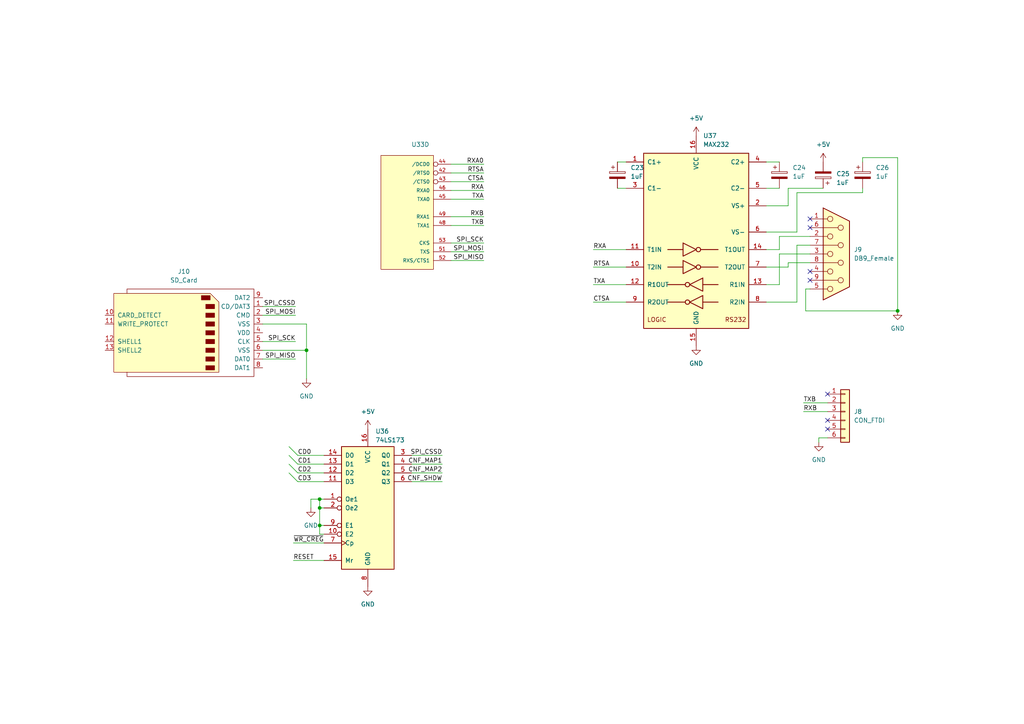
<source format=kicad_sch>
(kicad_sch (version 20230121) (generator eeschema)
  (paper "A4")
  (lib_symbols
    (symbol "74xx:74LS173" (pin_names (offset 1.016))
      (property "Reference" "U" (at -7.62 19.05 0))
      (property "Value" "74LS173" (at -7.62 -19.05 0))
      (symbol "74LS173_1_0"
        (pin input inverted (at -12.7 2.54 0) (length 5.08) (name "Oe1") (number "1"))
        (pin input inverted (at -12.7 -7.62 0) (length 5.08) (name "E2") (number "10"))
        (pin input line (at -12.7 7.62 0) (length 5.08) (name "D3") (number "11"))
        (pin input line (at -12.7 10.16 0) (length 5.08) (name "D2") (number "12"))
        (pin input line (at -12.7 12.7 0) (length 5.08) (name "D1") (number "13"))
        (pin input line (at -12.7 15.24 0) (length 5.08) (name "D0") (number "14"))
        (pin input line (at -12.7 -15.24 0) (length 5.08) (name "Mr") (number "15"))
        (pin power_in line (at 0 22.86 270) (length 5.08) (name "VCC") (number "16"))
        (pin input inverted (at -12.7 0 0) (length 5.08) (name "Oe2") (number "2"))
        (pin tri_state line (at 12.7 15.24 180) (length 5.08) (name "Q0") (number "3"))
        (pin tri_state line (at 12.7 12.7 180) (length 5.08) (name "Q1") (number "4"))
        (pin tri_state line (at 12.7 10.16 180) (length 5.08) (name "Q2") (number "5"))
        (pin tri_state line (at 12.7 7.62 180) (length 5.08) (name "Q3") (number "6"))
        (pin input clock (at -12.7 -10.16 0) (length 5.08) (name "Cp") (number "7"))
        (pin power_in line (at 0 -22.86 90) (length 5.08) (name "GND") (number "8"))
        (pin input inverted (at -12.7 -5.08 0) (length 5.08) (name "E1") (number "9"))
      )
      (symbol "74LS173_1_1"
        (rectangle (start -7.62 17.78) (end 7.62 -17.78) (stroke (width 0.254)) (fill (type background)))
      )
    )
    (symbol "Connector:DB9_Female" (pin_names (offset 1.016) hide)
      (property "Reference" "J" (at 0 13.97 0))
      (property "Value" "DB9_Female" (at 0 -14.605 0))
      (symbol "DB9_Female_0_1"
        (circle (center -1.778 -10.16) (radius 0.762))
        (circle (center -1.778 -5.08) (radius 0.762))
        (circle (center -1.778 0) (radius 0.762))
        (circle (center -1.778 5.08) (radius 0.762))
        (circle (center -1.778 10.16) (radius 0.762))
        (polyline (pts (xy -3.81 -10.16) (xy -2.54 -10.16)))
        (polyline (pts (xy -3.81 -7.62) (xy 0.508 -7.62)))
        (polyline (pts (xy -3.81 -5.08) (xy -2.54 -5.08)))
        (polyline (pts (xy -3.81 -2.54) (xy 0.508 -2.54)))
        (polyline (pts (xy -3.81 0) (xy -2.54 0)))
        (polyline (pts (xy -3.81 2.54) (xy 0.508 2.54)))
        (polyline (pts (xy -3.81 5.08) (xy -2.54 5.08)))
        (polyline (pts (xy -3.81 7.62) (xy 0.508 7.62)))
        (polyline (pts (xy -3.81 10.16) (xy -2.54 10.16)))
        (polyline (pts (xy -3.81 13.335) (xy -3.81 -13.335) (xy 3.81 -9.525) (xy 3.81 9.525) (xy -3.81 13.335)) (stroke (width 0.254)) (fill (type background)))
        (circle (center 1.27 -7.62) (radius 0.762))
        (circle (center 1.27 -2.54) (radius 0.762))
        (circle (center 1.27 2.54) (radius 0.762))
        (circle (center 1.27 7.62) (radius 0.762))
      )
      (symbol "DB9_Female_1_1"
        (pin passive line (at -7.62 10.16 0) (length 3.81) (name "1") (number "1"))
        (pin passive line (at -7.62 5.08 0) (length 3.81) (name "2") (number "2"))
        (pin passive line (at -7.62 0 0) (length 3.81) (name "3") (number "3"))
        (pin passive line (at -7.62 -5.08 0) (length 3.81) (name "4") (number "4"))
        (pin passive line (at -7.62 -10.16 0) (length 3.81) (name "5") (number "5"))
        (pin passive line (at -7.62 7.62 0) (length 3.81) (name "6") (number "6"))
        (pin passive line (at -7.62 2.54 0) (length 3.81) (name "7") (number "7"))
        (pin passive line (at -7.62 -2.54 0) (length 3.81) (name "8") (number "8"))
        (pin passive line (at -7.62 -7.62 0) (length 3.81) (name "9") (number "9"))
      )
    )
    (symbol "Connector:SD_Card" (pin_names (offset 1.016))
      (property "Reference" "J" (at -16.51 13.97 0))
      (property "Value" "SD_Card" (at 15.24 -13.97 0))
      (symbol "SD_Card_0_1"
        (rectangle (start -8.89 -9.525) (end -6.35 -10.795) (fill (type outline)))
        (rectangle (start -8.89 -6.985) (end -6.35 -8.255) (fill (type outline)))
        (rectangle (start -8.89 -4.445) (end -6.35 -5.715) (fill (type outline)))
        (rectangle (start -8.89 -1.905) (end -6.35 -3.175) (fill (type outline)))
        (rectangle (start -8.89 0.635) (end -6.35 -0.635) (fill (type outline)))
        (rectangle (start -8.89 3.175) (end -6.35 1.905) (fill (type outline)))
        (rectangle (start -8.89 5.715) (end -6.35 4.445) (fill (type outline)))
        (rectangle (start -8.89 8.255) (end -6.35 6.985) (fill (type outline)))
        (rectangle (start -7.62 10.795) (end -5.08 9.525) (fill (type outline)))
        (polyline (pts (xy -10.16 8.89) (xy -7.62 11.43) (xy 20.32 11.43) (xy 20.32 -11.43) (xy -10.16 -11.43) (xy -10.16 8.89)) (fill (type background)))
        (polyline (pts (xy 16.51 11.43) (xy 16.51 12.7) (xy -20.32 12.7) (xy -20.32 -12.7) (xy 16.51 -12.7) (xy 16.51 -11.43)))
      )
      (symbol "SD_Card_1_1"
        (pin input line (at -22.86 7.62 0) (length 2.54) (name "CD/DAT3") (number "1"))
        (pin input line (at 22.86 5.08 180) (length 2.54) (name "CARD_DETECT") (number "10"))
        (pin input line (at 22.86 2.54 180) (length 2.54) (name "WRITE_PROTECT") (number "11"))
        (pin input line (at 22.86 -2.54 180) (length 2.54) (name "SHELL1") (number "12"))
        (pin input line (at 22.86 -5.08 180) (length 2.54) (name "SHELL2") (number "13"))
        (pin input line (at -22.86 5.08 0) (length 2.54) (name "CMD") (number "2"))
        (pin power_in line (at -22.86 2.54 0) (length 2.54) (name "VSS") (number "3"))
        (pin power_in line (at -22.86 0 0) (length 2.54) (name "VDD") (number "4"))
        (pin input line (at -22.86 -2.54 0) (length 2.54) (name "CLK") (number "5"))
        (pin power_in line (at -22.86 -5.08 0) (length 2.54) (name "VSS") (number "6"))
        (pin input line (at -22.86 -7.62 0) (length 2.54) (name "DAT0") (number "7"))
        (pin input line (at -22.86 -10.16 0) (length 2.54) (name "DAT1") (number "8"))
        (pin input line (at -22.86 10.16 0) (length 2.54) (name "DAT2") (number "9"))
      )
    )
    (symbol "Connector_Generic:Conn_01x06" (pin_names (offset 1.016) hide)
      (property "Reference" "J" (at 0 7.62 0))
      (property "Value" "Conn_01x06" (at 0 -10.16 0))
      (symbol "Conn_01x06_1_1"
        (rectangle (start -1.27 -7.493) (end 0 -7.747) (stroke (width 0.1524)))
        (rectangle (start -1.27 -4.953) (end 0 -5.207) (stroke (width 0.1524)))
        (rectangle (start -1.27 -2.413) (end 0 -2.667) (stroke (width 0.1524)))
        (rectangle (start -1.27 0.127) (end 0 -0.127) (stroke (width 0.1524)))
        (rectangle (start -1.27 2.667) (end 0 2.413) (stroke (width 0.1524)))
        (rectangle (start -1.27 5.207) (end 0 4.953) (stroke (width 0.1524)))
        (rectangle (start -1.27 6.35) (end 1.27 -8.89) (stroke (width 0.254)) (fill (type background)))
        (pin passive line (at -5.08 5.08 0) (length 3.81) (name "Pin_1") (number "1"))
        (pin passive line (at -5.08 2.54 0) (length 3.81) (name "Pin_2") (number "2"))
        (pin passive line (at -5.08 0 0) (length 3.81) (name "Pin_3") (number "3"))
        (pin passive line (at -5.08 -2.54 0) (length 3.81) (name "Pin_4") (number "4"))
        (pin passive line (at -5.08 -5.08 0) (length 3.81) (name "Pin_5") (number "5"))
        (pin passive line (at -5.08 -7.62 0) (length 3.81) (name "Pin_6") (number "6"))
      )
    )
    (symbol "Device:C_Polarized" (pin_numbers hide) (pin_names (offset 0.254))
      (property "Reference" "C" (at 0.635 2.54 0))
      (property "Value" "C_Polarized" (at 0.635 -2.54 0))
      (symbol "C_Polarized_0_1"
        (rectangle (start -2.286 0.508) (end 2.286 1.016))
        (polyline (pts (xy -1.778 2.286) (xy -0.762 2.286)))
        (polyline (pts (xy -1.27 2.794) (xy -1.27 1.778)))
        (rectangle (start 2.286 -0.508) (end -2.286 -1.016) (fill (type outline)))
      )
      (symbol "C_Polarized_1_1"
        (pin passive line (at 0 3.81 270) (length 2.794) (name "~") (number "1"))
        (pin passive line (at 0 -3.81 90) (length 2.794) (name "~") (number "2"))
      )
    )
    (symbol "Interface_UART:MAX232" (pin_names (offset 1.016))
      (property "Reference" "U" (at -2.54 28.575 0))
      (property "Value" "MAX232" (at -2.54 26.67 0))
      (symbol "MAX232_0_0"
        (text "LOGIC" (at -11.43 -22.86 0) (effects (font (size 1.27 1.27))))
        (text "RS232" (at 11.43 -22.86 0) (effects (font (size 1.27 1.27))))
      )
      (symbol "MAX232_0_1"
        (rectangle (start -15.24 -25.4) (end 15.24 25.4) (stroke (width 0.254)) (fill (type background)))
        (circle (center -2.54 -17.78) (radius 0.635) (stroke (width 0.254)))
        (circle (center -2.54 -12.7) (radius 0.635) (stroke (width 0.254)))
        (polyline (pts (xy -3.81 -7.62) (xy -8.255 -7.62)) (stroke (width 0.254)))
        (polyline (pts (xy -3.81 -2.54) (xy -8.255 -2.54)) (stroke (width 0.254)))
        (polyline (pts (xy -3.175 -17.78) (xy -8.255 -17.78)) (stroke (width 0.254)))
        (polyline (pts (xy -3.175 -12.7) (xy -8.255 -12.7)) (stroke (width 0.254)))
        (polyline (pts (xy 1.27 -7.62) (xy 6.35 -7.62)) (stroke (width 0.254)))
        (polyline (pts (xy 1.27 -2.54) (xy 6.35 -2.54)) (stroke (width 0.254)))
        (polyline (pts (xy 1.905 -17.78) (xy 6.35 -17.78)) (stroke (width 0.254)))
        (polyline (pts (xy 1.905 -12.7) (xy 6.35 -12.7)) (stroke (width 0.254)))
        (polyline (pts (xy -3.81 -5.715) (xy -3.81 -9.525) (xy 0 -7.62) (xy -3.81 -5.715)) (stroke (width 0.254)))
        (polyline (pts (xy -3.81 -0.635) (xy -3.81 -4.445) (xy 0 -2.54) (xy -3.81 -0.635)) (stroke (width 0.254)))
        (polyline (pts (xy 1.905 -15.875) (xy 1.905 -19.685) (xy -1.905 -17.78) (xy 1.905 -15.875)) (stroke (width 0.254)))
        (polyline (pts (xy 1.905 -10.795) (xy 1.905 -14.605) (xy -1.905 -12.7) (xy 1.905 -10.795)) (stroke (width 0.254)))
        (circle (center 0.635 -7.62) (radius 0.635) (stroke (width 0.254)))
        (circle (center 0.635 -2.54) (radius 0.635) (stroke (width 0.254)))
      )
      (symbol "MAX232_1_1"
        (pin passive line (at -20.32 22.86 0) (length 5.08) (name "C1+") (number "1"))
        (pin input line (at -20.32 -7.62 0) (length 5.08) (name "T2IN") (number "10"))
        (pin input line (at -20.32 -2.54 0) (length 5.08) (name "T1IN") (number "11"))
        (pin output line (at -20.32 -12.7 0) (length 5.08) (name "R1OUT") (number "12"))
        (pin input line (at 20.32 -12.7 180) (length 5.08) (name "R1IN") (number "13"))
        (pin output line (at 20.32 -2.54 180) (length 5.08) (name "T1OUT") (number "14"))
        (pin power_in line (at 0 -30.48 90) (length 5.08) (name "GND") (number "15"))
        (pin power_in line (at 0 30.48 270) (length 5.08) (name "VCC") (number "16"))
        (pin power_out line (at 20.32 10.16 180) (length 5.08) (name "VS+") (number "2"))
        (pin passive line (at -20.32 15.24 0) (length 5.08) (name "C1-") (number "3"))
        (pin passive line (at 20.32 22.86 180) (length 5.08) (name "C2+") (number "4"))
        (pin passive line (at 20.32 15.24 180) (length 5.08) (name "C2-") (number "5"))
        (pin power_out line (at 20.32 2.54 180) (length 5.08) (name "VS-") (number "6"))
        (pin output line (at 20.32 -7.62 180) (length 5.08) (name "T2OUT") (number "7"))
        (pin input line (at 20.32 -17.78 180) (length 5.08) (name "R2IN") (number "8"))
        (pin output line (at -20.32 -17.78 0) (length 5.08) (name "R2OUT") (number "9"))
      )
    )
    (symbol "Z180_2" (pin_names (offset 1.016))
      (property "Reference" "U33" (at 11.43 3.175 0))
      (symbol "Z180_2_1_0"
        (text "VCC" (at 1.27 4.572 1) (effects (font (size 1.27 1.27))))
        (text "VSS" (at 1.27 -3.937 1) (effects (font (size 1.27 1.27))))
      )
      (symbol "Z180_2_1_1"
        (pin power_in line (at 0 -7.62 90) (length 5.08) (name "VSS") (number "1"))
        (pin power_in line (at 0 7.62 270) (length 5.08) (name "VCC") (number "32"))
      )
      (symbol "Z180_2_2_0"
        (text "VSS" (at 0 1.27 0) (effects (font (size 1.27 1.27))))
      )
      (symbol "Z180_2_2_1"
        (pin power_in line (at 0 -2.54 90) (length 2.54) (name "VSS") (number "33"))
      )
      (symbol "Z180_2_3_0"
        (rectangle (start 0 0) (end 22.86 -86.36) (fill (type background)))
        (text "Z180" (at 11.43 -25.4 0) (effects (font (size 1.27 1.27))))
      )
      (symbol "Z180_2_3_1"
        (pin input inverted (at -5.08 -55.88 0) (length 5.08) (name "/INT1") (number "10"))
        (pin input inverted (at -5.08 -58.42 0) (length 5.08) (name "/INT2") (number "11"))
        (pin output line (at -5.08 -2.54 0) (length 5.08) (name "ST") (number "12"))
        (pin output line (at 27.94 -60.96 180) (length 5.08) (name "A0") (number "13"))
        (pin output line (at 27.94 -58.42 180) (length 5.08) (name "A1") (number "14"))
        (pin output line (at 27.94 -55.88 180) (length 5.08) (name "A2") (number "15"))
        (pin output line (at 27.94 -53.34 180) (length 5.08) (name "A3") (number "16"))
        (pin output line (at 27.94 -50.8 180) (length 5.08) (name "A4") (number "17"))
        (pin output line (at 27.94 -48.26 180) (length 5.08) (name "A5") (number "18"))
        (pin output line (at 27.94 -45.72 180) (length 5.08) (name "A6") (number "19"))
        (pin input clock (at -5.08 -35.56 0) (length 5.08) (name "XTAL") (number "2"))
        (pin output line (at 27.94 -43.18 180) (length 5.08) (name "A7") (number "20"))
        (pin output line (at 27.94 -40.64 180) (length 5.08) (name "A8") (number "21"))
        (pin output line (at 27.94 -38.1 180) (length 5.08) (name "A9") (number "22"))
        (pin output line (at 27.94 -35.56 180) (length 5.08) (name "A10") (number "23"))
        (pin output line (at 27.94 -33.02 180) (length 5.08) (name "A11") (number "24"))
        (pin output line (at 27.94 -30.48 180) (length 5.08) (name "A12") (number "25"))
        (pin output line (at 27.94 -27.94 180) (length 5.08) (name "A13") (number "26"))
        (pin output line (at 27.94 -25.4 180) (length 5.08) (name "A14") (number "27"))
        (pin output line (at 27.94 -22.86 180) (length 5.08) (name "A15") (number "28"))
        (pin output line (at 27.94 -20.32 180) (length 5.08) (name "A16") (number "29"))
        (pin input clock (at -5.08 -38.1 0) (length 5.08) (name "EXTAL") (number "3"))
        (pin output line (at 27.94 -17.78 180) (length 5.08) (name "A17") (number "30"))
        (pin output line (at 27.94 -15.24 180) (length 5.08) (name "A18/TOUT") (number "31"))
        (pin bidirectional line (at 27.94 -83.82 180) (length 5.08) (name "D0") (number "34"))
        (pin bidirectional line (at 27.94 -81.28 180) (length 5.08) (name "D1") (number "35"))
        (pin bidirectional line (at 27.94 -78.74 180) (length 5.08) (name "D2") (number "36"))
        (pin bidirectional line (at 27.94 -76.2 180) (length 5.08) (name "D3") (number "37"))
        (pin bidirectional line (at 27.94 -73.66 180) (length 5.08) (name "D4") (number "38"))
        (pin bidirectional line (at 27.94 -71.12 180) (length 5.08) (name "D5") (number "39"))
        (pin input inverted (at -5.08 -63.5 0) (length 5.08) (name "/WAIT") (number "4"))
        (pin bidirectional line (at 27.94 -68.58 180) (length 5.08) (name "D6") (number "40"))
        (pin bidirectional line (at 27.94 -66.04 180) (length 5.08) (name "D7") (number "41"))
        (pin bidirectional inverted (at -5.08 -83.82 0) (length 5.08) (name "CKA0//DREQ0") (number "47"))
        (pin output inverted (at -5.08 -43.18 0) (length 5.08) (name "/BUSACK") (number "5"))
        (pin bidirectional inverted (at -5.08 -81.28 0) (length 5.08) (name "CKA1//TEND0") (number "50"))
        (pin input inverted (at -5.08 -76.2 0) (length 5.08) (name "/DREQ1") (number "54"))
        (pin output inverted (at -5.08 -73.66 0) (length 5.08) (name "/TEND1") (number "55"))
        (pin output inverted (at -5.08 -5.08 0) (length 5.08) (name "/HALT") (number "56"))
        (pin output inverted (at -5.08 -7.62 0) (length 5.08) (name "/RFSH") (number "57"))
        (pin output inverted (at 27.94 -5.08 180) (length 5.08) (name "/IORQ") (number "58"))
        (pin output inverted (at 27.94 -2.54 180) (length 5.08) (name "/MREQ") (number "59"))
        (pin input inverted (at -5.08 -45.72 0) (length 5.08) (name "/BUSREQ") (number "6"))
        (pin output line (at -5.08 -30.48 0) (length 5.08) (name "E") (number "60"))
        (pin output inverted (at -5.08 -10.16 0) (length 5.08) (name "/M1") (number "61"))
        (pin output inverted (at 27.94 -7.62 180) (length 5.08) (name "/WR") (number "62"))
        (pin output inverted (at 27.94 -10.16 180) (length 5.08) (name "/RD") (number "63"))
        (pin output line (at -5.08 -27.94 0) (length 5.08) (name "PHI") (number "64"))
        (pin input inverted (at -5.08 -66.04 0) (length 5.08) (name "/RESET") (number "7"))
        (pin input inverted (at -5.08 -50.8 0) (length 5.08) (name "/NMI") (number "8"))
        (pin input inverted (at -5.08 -53.34 0) (length 5.08) (name "/INT0") (number "9"))
      )
      (symbol "Z180_2_4_1"
        (rectangle (start 0 0) (end 15.24 -33.02) (fill (type background)))
        (pin output inverted (at 20.32 -5.08 180) (length 5.08) (name "/RTS0") (number "42"))
        (pin input inverted (at 20.32 -7.62 180) (length 5.08) (name "/CTS0") (number "43"))
        (pin input inverted (at 20.32 -2.54 180) (length 5.08) (name "/DCD0") (number "44"))
        (pin output line (at 20.32 -12.7 180) (length 5.08) (name "TXA0") (number "45"))
        (pin input line (at 20.32 -10.16 180) (length 5.08) (name "RXA0") (number "46"))
        (pin output line (at 20.32 -20.32 180) (length 5.08) (name "TXA1") (number "48"))
        (pin input line (at 20.32 -17.78 180) (length 5.08) (name "RXA1") (number "49"))
        (pin output line (at 20.32 -27.94 180) (length 5.08) (name "TXS") (number "51"))
        (pin input line (at 20.32 -30.48 180) (length 5.08) (name "RXS/CTS1") (number "52"))
        (pin output line (at 20.32 -25.4 180) (length 5.08) (name "CKS") (number "53"))
      )
    )
    (symbol "power:+5V" (power) (pin_names (offset 0))
      (property "Value" "+5V" (at 0 3.556 0))
      (symbol "+5V_0_1"
        (polyline (pts (xy -0.762 1.27) (xy 0 2.54)))
        (polyline (pts (xy 0 0) (xy 0 2.54)))
        (polyline (pts (xy 0 2.54) (xy 0.762 1.27)))
      )
      (symbol "+5V_1_1"
        (pin power_in line (at 0 0 90) (length 0) hide (name "+5V") (number "1"))
      )
    )
    (symbol "power:GND" (power) (pin_names (offset 0))
      (property "Value" "GND" (at 0 -3.81 0))
      (symbol "GND_0_1"
        (polyline (pts (xy 0 0) (xy 0 -1.27) (xy 1.27 -1.27) (xy 0 -2.54) (xy -1.27 -1.27) (xy 0 -1.27)))
      )
      (symbol "GND_1_1"
        (pin power_in line (at 0 0 270) (length 0) hide (name "GND") (number "1"))
      )
    )
  )
  (junction (at 92.71 152.4))
  (junction (at 92.71 147.32))
  (junction (at 88.9 101.6))
  (junction (at 92.71 144.78))
  (junction (at 260.35 90.17))
  (no_connect (at 234.95 63.5))
  (no_connect (at 240.03 121.92))
  (no_connect (at 234.95 66.04))
  (no_connect (at 240.03 114.3))
  (no_connect (at 234.95 78.74))
  (no_connect (at 234.95 81.28))
  (no_connect (at 240.03 124.46))
  (bus_entry (at 86.36 139.7) (size -2.54 -2.54))
  (bus_entry (at 86.36 137.16) (size -2.54 -2.54))
  (bus_entry (at 86.36 134.62) (size -2.54 -2.54))
  (bus_entry (at 86.36 132.08) (size -2.54 -2.54))
  (wire (pts (xy 92.71 152.4) (xy 93.98 152.4)))
  (wire (pts (xy 130.81 50.165) (xy 140.335 50.165)))
  (wire (pts (xy 130.81 52.705) (xy 140.335 52.705)))
  (wire (pts (xy 92.71 147.32) (xy 93.98 147.32)))
  (wire (pts (xy 76.2 88.9) (xy 85.725 88.9)))
  (wire (pts (xy 172.085 87.63) (xy 181.61 87.63)))
  (wire (pts (xy 228.6 76.2) (xy 234.95 76.2)))
  (wire (pts (xy 179.07 54.61) (xy 181.61 54.61)))
  (wire (pts (xy 222.25 67.31) (xy 231.14 67.31)))
  (wire (pts (xy 92.71 147.32) (xy 92.71 152.4)))
  (wire (pts (xy 88.9 101.6) (xy 88.9 93.98)))
  (wire (pts (xy 130.81 57.785) (xy 140.335 57.785)))
  (wire (pts (xy 234.95 83.82) (xy 233.68 83.82)))
  (wire (pts (xy 86.36 137.16) (xy 93.98 137.16)))
  (wire (pts (xy 93.98 157.48) (xy 85.09 157.48)))
  (wire (pts (xy 222.25 72.39) (xy 226.06 72.39)))
  (wire (pts (xy 128.27 134.62) (xy 119.38 134.62)))
  (wire (pts (xy 130.81 62.865) (xy 140.335 62.865)))
  (wire (pts (xy 233.68 90.17) (xy 260.35 90.17)))
  (wire (pts (xy 222.25 77.47) (xy 228.6 77.47)))
  (wire (pts (xy 181.61 82.55) (xy 172.085 82.55)))
  (wire (pts (xy 90.17 147.32) (xy 90.17 144.78)))
  (wire (pts (xy 85.09 162.56) (xy 93.98 162.56)))
  (wire (pts (xy 92.71 152.4) (xy 92.71 154.94)))
  (wire (pts (xy 130.81 75.565) (xy 140.335 75.565)))
  (wire (pts (xy 240.03 116.84) (xy 233.045 116.84)))
  (wire (pts (xy 260.35 45.72) (xy 250.19 45.72)))
  (wire (pts (xy 130.81 47.625) (xy 140.335 47.625)))
  (wire (pts (xy 222.25 82.55) (xy 226.06 82.55)))
  (wire (pts (xy 250.19 55.88) (xy 250.19 54.61)))
  (wire (pts (xy 231.14 67.31) (xy 231.14 55.88)))
  (wire (pts (xy 179.07 46.99) (xy 181.61 46.99)))
  (wire (pts (xy 226.06 68.58) (xy 234.95 68.58)))
  (wire (pts (xy 86.36 132.08) (xy 93.98 132.08)))
  (wire (pts (xy 88.9 109.855) (xy 88.9 101.6)))
  (wire (pts (xy 86.36 134.62) (xy 93.98 134.62)))
  (wire (pts (xy 88.9 93.98) (xy 76.2 93.98)))
  (wire (pts (xy 228.6 77.47) (xy 228.6 76.2)))
  (wire (pts (xy 260.35 90.17) (xy 260.35 45.72)))
  (wire (pts (xy 226.06 73.66) (xy 234.95 73.66)))
  (wire (pts (xy 86.36 139.7) (xy 93.98 139.7)))
  (wire (pts (xy 237.49 127) (xy 240.03 127)))
  (wire (pts (xy 172.085 72.39) (xy 181.61 72.39)))
  (wire (pts (xy 92.71 144.78) (xy 93.98 144.78)))
  (wire (pts (xy 76.2 99.06) (xy 85.725 99.06)))
  (wire (pts (xy 231.14 87.63) (xy 231.14 71.12)))
  (wire (pts (xy 128.27 139.7) (xy 119.38 139.7)))
  (wire (pts (xy 92.71 154.94) (xy 93.98 154.94)))
  (wire (pts (xy 130.81 70.485) (xy 140.335 70.485)))
  (wire (pts (xy 222.25 87.63) (xy 231.14 87.63)))
  (wire (pts (xy 228.6 54.61) (xy 228.6 59.69)))
  (wire (pts (xy 226.06 72.39) (xy 226.06 68.58)))
  (wire (pts (xy 228.6 59.69) (xy 222.25 59.69)))
  (wire (pts (xy 238.76 54.61) (xy 228.6 54.61)))
  (wire (pts (xy 76.2 104.14) (xy 85.725 104.14)))
  (wire (pts (xy 172.085 77.47) (xy 181.61 77.47)))
  (wire (pts (xy 231.14 55.88) (xy 250.19 55.88)))
  (wire (pts (xy 76.2 101.6) (xy 88.9 101.6)))
  (wire (pts (xy 92.71 144.78) (xy 92.71 147.32)))
  (wire (pts (xy 226.06 82.55) (xy 226.06 73.66)))
  (wire (pts (xy 130.81 55.245) (xy 140.335 55.245)))
  (wire (pts (xy 130.81 73.025) (xy 140.335 73.025)))
  (wire (pts (xy 240.03 119.38) (xy 233.045 119.38)))
  (wire (pts (xy 90.17 144.78) (xy 92.71 144.78)))
  (wire (pts (xy 222.25 46.99) (xy 226.06 46.99)))
  (wire (pts (xy 222.25 54.61) (xy 226.06 54.61)))
  (wire (pts (xy 237.49 128.27) (xy 237.49 127)))
  (wire (pts (xy 128.27 132.08) (xy 119.38 132.08)))
  (wire (pts (xy 233.68 83.82) (xy 233.68 90.17)))
  (wire (pts (xy 76.2 91.44) (xy 85.725 91.44)))
  (wire (pts (xy 250.19 45.72) (xy 250.19 46.99)))
  (wire (pts (xy 231.14 71.12) (xy 234.95 71.12)))
  (wire (pts (xy 128.27 137.16) (xy 119.38 137.16)))
  (wire (pts (xy 130.81 65.405) (xy 140.335 65.405)))
  (label "RESET" (at 85.09 162.56 0))
  (label "SPI_MOSI" (at 140.335 73.025 180))
  (label "RXA" (at 140.335 55.245 180))
  (label "CNF_SHDW" (at 128.27 139.7 180))
  (label "SPI_MISO" (at 85.725 104.14 180))
  (label "CD3" (at 86.36 139.7 0))
  (label "CD0" (at 86.36 132.08 0))
  (label "CNF_MAP2" (at 128.27 137.16 180))
  (label "TXA" (at 172.085 82.55 0))
  (label "SPI_CSSD" (at 128.27 132.08 180))
  (label "SPI_SCK" (at 140.335 70.485 180))
  (label "SPI_CSSD" (at 85.725 88.9 180))
  (label "CD1" (at 86.36 134.62 0))
  (label "SPI_MISO" (at 140.335 75.565 180))
  (label "RXA0" (at 140.335 47.625 180))
  (label "CNF_MAP1" (at 128.27 134.62 180))
  (label "RTSA" (at 140.335 50.165 180))
  (label "RTSA" (at 172.085 77.47 0))
  (label "SPI_MOSI" (at 85.725 91.44 180))
  (label "~{WR_CREG}" (at 85.09 157.48 0))
  (label "TXB" (at 233.045 116.84 0))
  (label "CD2" (at 86.36 137.16 0))
  (label "TXA" (at 140.335 57.785 180))
  (label "CTSA" (at 140.335 52.705 180))
  (label "RXB" (at 233.045 119.38 0))
  (label "CTSA" (at 172.085 87.63 0))
  (label "TXB" (at 140.335 65.405 180))
  (label "SPI_SCK" (at 85.725 99.06 180))
  (label "RXB" (at 140.335 62.865 180))
  (label "RXA" (at 172.085 72.39 0))
  (symbol (lib_name "Z180_2") (lib_id "oldchips:Z180") (at 110.49 45.085 0) (unit 4)
    (property "Reference" "U33" (at 121.92 41.91 0))
    (property "Value" "Z180" (effects hide))
    (property "Footprint" "oldchips-DIL64-0.70" (effects hide))
  )
  (symbol (lib_id "power:GND") (at 260.35 90.17 0) (unit 1)
    (property "Reference" "#PWR057" (effects hide))
    (property "Value" "GND" (at 260.35 95.25 0))
  )
  (symbol (lib_id "Connector:DB9_Female") (at 242.57 73.66 0) (unit 1)
    (property "Reference" "J9" (at 247.65 72.3899 0) (effects (justify left)))
    (property "Value" "DB9_Female" (at 247.65 74.9299 0) (effects (justify left)))
    (property "Footprint" "Connector_Dsub:DSUB-9_Female_Horizontal_P2.77x2.84mm_EdgePinOffset9.90mm_Housed_MountingHolesOffset11.32mm" (effects hide))
    (property "Datasheet" " ~" (effects hide))
  )
  (symbol (lib_id "power:+5V") (at 201.93 39.37 0) (unit 1)
    (property "Reference" "#PWR054" (effects hide))
    (property "Value" "+5V" (at 201.93 34.29 0))
  )
  (symbol (lib_id "74xx:74LS173") (at 106.68 147.32 0) (unit 1)
    (property "Reference" "U36" (at 108.8741 125.095 0) (effects (justify left)))
    (property "Value" "74LS173" (at 108.8741 127.635 0) (effects (justify left)))
    (property "Datasheet" "http://www.ti.com/lit/gpn/sn74LS173" (effects hide))
  )
  (symbol (lib_id "Device:C_Polarized") (at 250.19 50.8 0) (unit 1)
    (property "Reference" "C26" (at 254 48.6409 0) (effects (justify left)))
    (property "Value" "1uF" (at 254 51.1809 0) (effects (justify left)))
    (property "Footprint" "Capacitor_THT:CP_Radial_D6.3mm_P2.50mm" (effects hide))
  )
  (symbol (lib_id "Connector_Generic:Conn_01x06") (at 245.11 119.38 0) (unit 1)
    (property "Reference" "J8" (at 247.65 119.3799 0) (effects (justify left)))
    (property "Value" "CON_FTDI" (at 247.65 121.9199 0) (effects (justify left)))
    (property "Footprint" "Connector_PinSocket_2.54mm:PinSocket_1x06_P2.54mm_Vertical" (effects hide))
  )
  (symbol (lib_id "power:GND") (at 106.68 170.18 0) (unit 1)
    (property "Reference" "#PWR058" (effects hide))
    (property "Value" "GND" (at 106.68 175.26 0))
  )
  (symbol (lib_id "power:+5V") (at 106.68 124.46 0) (unit 1)
    (property "Reference" "#PWR052" (effects hide))
    (property "Value" "+5V" (at 106.68 119.38 0))
  )
  (symbol (lib_id "Interface_UART:MAX232") (at 201.93 69.85 0) (unit 1)
    (property "Reference" "U37" (at 203.9494 39.37 0) (effects (justify left)))
    (property "Value" "MAX232" (at 203.9494 41.91 0) (effects (justify left)))
    (property "Footprint" "Package_DIP:DIP-16_W7.62mm_Socket_LongPads" (effects hide))
    (property "Datasheet" "http://www.ti.com/lit/ds/symlink/max232.pdf" (effects hide))
  )
  (symbol (lib_id "power:GND") (at 237.49 128.27 0) (unit 1)
    (property "Reference" "#PWR053" (effects hide))
    (property "Value" "GND" (at 237.49 133.35 0))
  )
  (symbol (lib_id "Device:C_Polarized") (at 226.06 50.8 0) (unit 1)
    (property "Reference" "C24" (at 229.87 48.6409 0) (effects (justify left)))
    (property "Value" "1uF" (at 229.87 51.1809 0) (effects (justify left)))
    (property "Footprint" "Capacitor_THT:CP_Radial_D6.3mm_P2.50mm" (effects hide))
  )
  (symbol (lib_id "Connector:SD_Card") (at 53.34 96.52 0) (mirror y) (unit 1)
    (property "Reference" "J10" (at 53.34 78.74 0))
    (property "Value" "SD_Card" (at 53.34 81.28 0))
    (property "Datasheet" "http://portal.fciconnect.com/Comergent//fci/drawing/10067847.pdf" (effects hide))
  )
  (symbol (lib_id "power:GND") (at 90.17 147.32 0) (unit 1)
    (property "Reference" "#PWR051" (effects hide))
    (property "Value" "GND" (at 90.17 152.4 0))
  )
  (symbol (lib_id "power:GND") (at 201.93 100.33 0) (unit 1)
    (property "Reference" "#PWR055" (effects hide))
    (property "Value" "GND" (at 201.93 105.41 0))
  )
  (symbol (lib_id "power:+5V") (at 238.76 46.99 0) (unit 1)
    (property "Reference" "#PWR056" (effects hide))
    (property "Value" "+5V" (at 238.76 41.91 0))
  )
  (symbol (lib_id "power:GND") (at 88.9 109.855 0) (unit 1)
    (property "Reference" "#PWR059" (effects hide))
    (property "Value" "GND" (at 88.9 114.935 0))
  )
  (symbol (lib_id "Device:C_Polarized") (at 179.07 50.8 0) (unit 1)
    (property "Reference" "C23" (at 182.88 48.6409 0) (effects (justify left)))
    (property "Value" "1uF" (at 182.88 51.1809 0) (effects (justify left)))
    (property "Footprint" "Capacitor_THT:CP_Radial_D6.3mm_P2.50mm" (effects hide))
  )
  (symbol (lib_id "Device:C_Polarized") (at 238.76 50.8 180) (unit 1)
    (property "Reference" "C25" (at 242.57 50.4189 0) (effects (justify right)))
    (property "Value" "1uF" (at 242.57 52.9589 0) (effects (justify right)))
    (property "Footprint" "Capacitor_THT:CP_Radial_D6.3mm_P2.50mm" (effects hide))
  )
)
</source>
